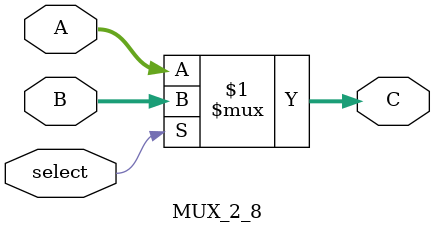
<source format=v>
`timescale 1ns/1ns
module MUX_2_8(input select,input[7:0] A,B,output[7:0] C);
  assign C=select?B:A;
endmodule
  

</source>
